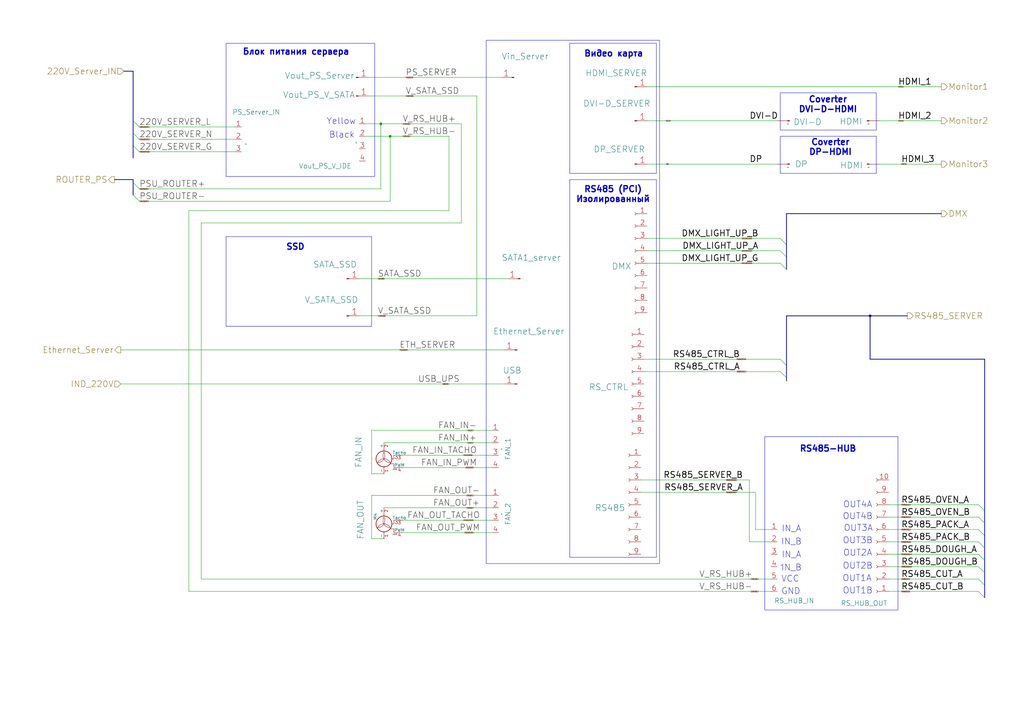
<source format=kicad_sch>
(kicad_sch (version 20250114) (generator "eeschema") (generator_version "9.0")
  (paper "A3")
  (lib_symbols
    (symbol "Connector:Conn_01x01_Pin" (pin_names (offset 1.016) (hide yes))
      (property "Reference" "J" (at 0 6.604 0))
      (property "Value" "Conn_01x01_Pin" (at 0 -2.54 0))
      (symbol "Conn_01x01_Pin_1_1"
        (rectangle (start 0.8636 0.127) (end 0 -0.127) (stroke (width 0.1524)) (fill (type outline)))
        (polyline (pts (xy 1.27 0) (xy 0.8636 0)) (stroke (width 0.1524)))
        (pin passive line (at 5.08 0 180) (length 3.81) (name "Pin_1") (number "1"))
      )
    )
    (symbol "Connector:Conn_01x01_Pin_(WIDE)" (pin_numbers (hide yes)) (pin_names (offset 1.016) (hide yes))
      (property "Reference" "J" (at 0.254 6.604 0))
      (property "Value" "Conn_01x01_Pin_(WIDE)" (at 0 -2.54 0))
      (symbol "Conn_01x01_Pin_(WIDE)_1_1"
        (rectangle (start 0.8636 0.127) (end 0 -0.127) (stroke (width 0.1524)) (fill (type outline)))
        (polyline (pts (xy 1.27 0) (xy 0.8636 0)) (stroke (width 0.1524)))
        (pin passive line (at 5.08 0 180) (length 3.81) (name "Pin_1") (number "1"))
      )
    )
    (symbol "Connector:Conn_01x03_(wide)"
      (property "Reference" "J" (at 0 0 0))
      (symbol "Conn_01x03_(wide)_1_1"
        (pin input line (at -2.54 -5.08 0) (length 2.54) (name "") (number "1"))
        (pin input line (at -2.54 -10.16 0) (length 2.54) (name "") (number "2"))
        (pin input line (at -2.54 -15.24 0) (length 2.54) (name "") (number "3"))
      )
    )
    (symbol "Connector:Conn_01x04_(wide)"
      (property "Reference" "J" (at 0 0 0))
      (symbol "Conn_01x04_(wide)_1_1"
        (pin input line (at -2.54 -5.08 0) (length 2.54) (name "") (number "1"))
        (pin input line (at -2.54 -10.16 0) (length 2.54) (name "") (number "2"))
        (pin input line (at -2.54 -15.24 0) (length 2.54) (name "") (number "3"))
        (pin input line (at -2.54 -20.32 0) (length 2.54) (name "") (number "4"))
      )
    )
    (symbol "Connector:Conn_01x06_(wide)"
      (property "Reference" "J" (at 0 0 0))
      (symbol "Conn_01x06_(wide)_1_1"
        (pin input line (at -2.54 -5.08 0) (length 2.54) (name "") (number "1"))
        (pin input line (at -2.54 -10.16 0) (length 2.54) (name "") (number "2"))
        (pin input line (at -2.54 -15.24 0) (length 2.54) (name "") (number "3"))
        (pin input line (at -2.54 -20.32 0) (length 2.54) (name "") (number "4"))
        (pin input line (at -2.54 -25.4 0) (length 2.54) (name "") (number "5"))
        (pin input line (at -2.54 -30.48 0) (length 2.54) (name "") (number "6"))
      )
    )
    (symbol "Connector:Conn_01x09_Socket_WIDE" (pin_names (offset 1.016) (hide yes))
      (property "Reference" "J" (at 0 12.7 0))
      (property "Value" "Conn_01x09_Socket_WIDE" (at 0 -12.7 0))
      (symbol "Conn_01x09_Socket_WIDE_1_1"
        (polyline (pts (xy -1.27 10.16) (xy -0.508 10.16)) (stroke (width 0.1524)))
        (polyline (pts (xy -1.27 5.08) (xy -0.508 5.08)) (stroke (width 0.1524)))
        (polyline (pts (xy -1.27 0) (xy -0.508 0)) (stroke (width 0.1524)))
        (polyline (pts (xy -1.27 -5.08) (xy -0.508 -5.08)) (stroke (width 0.1524)))
        (polyline (pts (xy -1.27 -10.16) (xy -0.508 -10.16)) (stroke (width 0.1524)))
        (polyline (pts (xy -1.27 -15.24) (xy -0.508 -15.24)) (stroke (width 0.1524)))
        (polyline (pts (xy -1.27 -20.32) (xy -0.508 -20.32)) (stroke (width 0.1524)))
        (polyline (pts (xy -1.27 -25.4) (xy -0.508 -25.4)) (stroke (width 0.1524)))
        (polyline (pts (xy -1.27 -30.48) (xy -0.508 -30.48)) (stroke (width 0.1524)))
        (arc (start 0 9.652) (mid -0.5058 10.16) (end 0 10.668) (stroke (width 0.1524)))
        (arc (start 0 4.572) (mid -0.5058 5.08) (end 0 5.588) (stroke (width 0.1524)))
        (arc (start 0 -0.508) (mid -0.5058 0) (end 0 0.508) (stroke (width 0.1524)))
        (arc (start 0 -5.588) (mid -0.5058 -5.08) (end 0 -4.572) (stroke (width 0.1524)))
        (arc (start 0 -10.668) (mid -0.5058 -10.16) (end 0 -9.652) (stroke (width 0.1524)))
        (arc (start 0 -15.748) (mid -0.5058 -15.24) (end 0 -14.732) (stroke (width 0.1524)))
        (arc (start 0 -20.828) (mid -0.5058 -20.32) (end 0 -19.812) (stroke (width 0.1524)))
        (arc (start 0 -25.908) (mid -0.5058 -25.4) (end 0 -24.892) (stroke (width 0.1524)))
        (arc (start 0 -30.988) (mid -0.5058 -30.48) (end 0 -29.972) (stroke (width 0.1524)))
        (pin passive line (at -5.08 10.16 0) (length 3.81) (name "Pin_1") (number "1"))
        (pin passive line (at -5.08 5.08 0) (length 3.81) (name "Pin_2") (number "2"))
        (pin passive line (at -5.08 0 0) (length 3.81) (name "Pin_3") (number "3"))
        (pin passive line (at -5.08 -5.08 0) (length 3.81) (name "Pin_4") (number "4"))
        (pin passive line (at -5.08 -10.16 0) (length 3.81) (name "Pin_5") (number "5"))
        (pin passive line (at -5.08 -15.24 0) (length 3.81) (name "Pin_6") (number "6"))
        (pin passive line (at -5.08 -20.32 0) (length 3.81) (name "Pin_7") (number "7"))
        (pin passive line (at -5.08 -25.4 0) (length 3.81) (name "Pin_8") (number "8"))
        (pin passive line (at -5.08 -30.48 0) (length 3.81) (name "Pin_9") (number "9"))
      )
    )
    (symbol "Connector:Conn_01x10_Socket_WIDE" (pin_names (offset 1.016) (hide yes))
      (property "Reference" "J" (at 0 12.7 0))
      (property "Value" "Conn_01x10_Socket_WIDE" (at -1.524 -38.354 0))
      (symbol "Conn_01x10_Socket_WIDE_1_1"
        (polyline (pts (xy -1.27 10.16) (xy -0.508 10.16)) (stroke (width 0.1524)))
        (polyline (pts (xy -1.27 5.08) (xy -0.508 5.08)) (stroke (width 0.1524)))
        (polyline (pts (xy -1.27 0) (xy -0.508 0)) (stroke (width 0.1524)))
        (polyline (pts (xy -1.27 -5.08) (xy -0.508 -5.08)) (stroke (width 0.1524)))
        (polyline (pts (xy -1.27 -10.16) (xy -0.508 -10.16)) (stroke (width 0.1524)))
        (polyline (pts (xy -1.27 -15.24) (xy -0.508 -15.24)) (stroke (width 0.1524)))
        (polyline (pts (xy -1.27 -20.32) (xy -0.508 -20.32)) (stroke (width 0.1524)))
        (polyline (pts (xy -1.27 -25.4) (xy -0.508 -25.4)) (stroke (width 0.1524)))
        (polyline (pts (xy -1.27 -30.48) (xy -0.508 -30.48)) (stroke (width 0.1524)))
        (polyline (pts (xy -1.27 -35.56) (xy -0.508 -35.56)) (stroke (width 0.1524)))
        (arc (start 0 9.652) (mid -0.5058 10.16) (end 0 10.668) (stroke (width 0.1524)))
        (arc (start 0 4.572) (mid -0.5058 5.08) (end 0 5.588) (stroke (width 0.1524)))
        (arc (start 0 -0.508) (mid -0.5058 0) (end 0 0.508) (stroke (width 0.1524)))
        (arc (start 0 -5.588) (mid -0.5058 -5.08) (end 0 -4.572) (stroke (width 0.1524)))
        (arc (start 0 -10.668) (mid -0.5058 -10.16) (end 0 -9.652) (stroke (width 0.1524)))
        (arc (start 0 -15.748) (mid -0.5058 -15.24) (end 0 -14.732) (stroke (width 0.1524)))
        (arc (start 0 -20.828) (mid -0.5058 -20.32) (end 0 -19.812) (stroke (width 0.1524)))
        (arc (start 0 -25.908) (mid -0.5058 -25.4) (end 0 -24.892) (stroke (width 0.1524)))
        (arc (start 0 -30.988) (mid -0.5058 -30.48) (end 0 -29.972) (stroke (width 0.1524)))
        (arc (start 0 -36.068) (mid -0.5058 -35.56) (end 0 -35.052) (stroke (width 0.1524)))
        (pin passive line (at -5.08 10.16 0) (length 3.81) (name "Pin_1") (number "1"))
        (pin passive line (at -5.08 5.08 0) (length 3.81) (name "Pin_2") (number "2"))
        (pin passive line (at -5.08 0 0) (length 3.81) (name "Pin_3") (number "3"))
        (pin passive line (at -5.08 -5.08 0) (length 3.81) (name "Pin_4") (number "4"))
        (pin passive line (at -5.08 -10.16 0) (length 3.81) (name "Pin_5") (number "5"))
        (pin passive line (at -5.08 -15.24 0) (length 3.81) (name "Pin_6") (number "6"))
        (pin passive line (at -5.08 -20.32 0) (length 3.81) (name "Pin_7") (number "7"))
        (pin passive line (at -5.08 -25.4 0) (length 3.81) (name "Pin_8") (number "8"))
        (pin passive line (at -5.08 -30.48 0) (length 3.81) (name "Pin_9") (number "9"))
        (pin passive line (at -5.08 -35.56 0) (length 3.81) (name "Pin_10") (number "10"))
      )
    )
    (symbol "Motor:Fan_CPU_4pin" (pin_names (offset 0))
      (property "Reference" "M" (at 2.54 5.08 0))
      (property "Value" "Fan_CPU_4pin" (at 2.54 -2.54 0))
      (symbol "Fan_CPU_4pin_0_0"
        (polyline (pts (xy -5.08 2.032) (xy -5.334 2.159)))
        (polyline (pts (xy -5.08 2.032) (xy -5.207 1.778)))
        (arc (start -4.572 1.524) (mid -5.08 1.0182) (end -5.588 1.524))
        (arc (start -5.588 1.524) (mid -5.4392 1.8832) (end -5.08 2.032))
        (polyline (pts (xy -4.064 2.54) (xy -4.064 1.016) (xy -3.302 1.016)))
      )
      (symbol "Fan_CPU_4pin_0_1"
        (polyline (pts (xy -5.334 -3.302) (xy -5.08 -3.302) (xy -5.08 -3.048) (xy -4.826 -3.048) (xy -4.826 -3.302) (xy -4.318 -3.302) (xy -4.318 -3.048) (xy -4.064 -3.048) (xy -4.064 -3.302) (xy -3.556 -3.302)))
        (polyline (pts (xy -4.064 2.54) (xy -5.08 2.54)))
        (polyline (pts (xy -2.54 -1.016) (xy -4.064 -1.016) (xy -4.064 -2.54) (xy -5.08 -2.54)))
        (arc (start 0 3.81) (mid -0.0015 0.9048) (end -2.54 -0.508))
        (polyline (pts (xy 0 4.572) (xy 0 5.08)))
        (polyline (pts (xy 0 4.2672) (xy 0 4.6228)))
        (circle (center 0 1.016) (radius 3.2512) (stroke (width 0.254)))
        (arc (start -2.54 -0.508) (mid 0 1.0618) (end 2.54 -0.508))
        (polyline (pts (xy 0 -2.2352) (xy 0 -2.6416)))
        (polyline (pts (xy 0 -5.08) (xy 0 -4.572)))
        (arc (start 2.54 -0.508) (mid 0.047 0.9315) (end 0 3.81))
      )
      (symbol "Fan_CPU_4pin_1_1"
        (pin passive line (at -7.62 2.54 0) (length 2.54) (name "Tacho") (number "3"))
        (pin input line (at -7.62 -2.54 0) (length 2.54) (name "PWM") (number "4"))
        (pin passive line (at 0 7.62 270) (length 2.54) (name "+") (number "2"))
        (pin passive line (at 0 -5.08 90) (length 2.54) (name "-") (number "1"))
      )
    )
  )
  (rectangle (start 92.71 97.028) (end 152.4 133.858))
  (rectangle (start 233.68 17.78) (end 269.24 71.12))
  (rectangle (start 92.71 17.78) (end 153.67 72.39))
  (rectangle (start 233.68 73.66) (end 269.24 228.6))
  (rectangle (start 320.04 55.88) (end 359.41 71.12))
  (rectangle (start 313.69 179.07) (end 368.3 250.19))
  (rectangle (start 320.04 38.1) (end 359.41 53.34))
  (rectangle (start 199.39 16.51) (end 270.51 231.14))
  (text "OUT3A" (at 352.044 216.662 0) (effects (font (size 2.54 2.54))))
  (text "Coverter\nDP-HDMI" (at 340.614 60.452 0) (effects (font (size 2.5 2.5) (thickness 0.5) (bold yes))))
  (text "OUT1B" (at 351.79 242.316 0) (effects (font (size 2.54 2.54))))
  (text "OUT1A" (at 351.536 237.236 0) (effects (font (size 2.54 2.54))))
  (text "Видео карта" (at 251.714 22.098 0) (effects (font (size 2.5 2.5) (thickness 0.5) (bold yes))))
  (text "IN_B" (at 324.612 222.25 0) (effects (font (size 2.54 2.54))))
  (text "OUT3B" (at 351.79 221.742 0) (effects (font (size 2.54 2.54))))
  (text "IN_A" (at 324.612 227.584 0) (effects (font (size 2.54 2.54))))
  (text "IN_B" (at 324.612 232.918 0) (effects (font (size 2.54 2.54))))
  (text "OUT4B" (at 351.79 211.836 0) (effects (font (size 2.54 2.54))))
  (text "RS485 (PCI)\nИзолированный" (at 251.46 79.756 0) (effects (font (size 2.5 2.5) (thickness 0.5) (bold yes))))
  (text "GND" (at 324.358 242.57 0) (effects (font (size 2.54 2.54))))
  (text "IN_A" (at 324.612 216.916 0) (effects (font (size 2.54 2.54))))
  (text "Coverter\nDVI-D-HDMI" (at 339.598 42.926 0) (effects (font (size 2.5 2.5) (thickness 0.5) (bold yes))))
  (text "Black" (at 140.208 55.372 0) (effects (font (size 2.54 2.54))))
  (text "SSD" (at 121.158 101.346 0) (effects (font (size 2.5 2.5) (thickness 0.5) (bold yes))))
  (text "OUT2A" (at 351.79 226.822 0) (effects (font (size 2.54 2.54))))
  (text "OUT2B" (at 351.79 232.156 0) (effects (font (size 2.54 2.54))))
  (text "Блок питания сервера" (at 121.412 21.336 0) (effects (font (size 2.5 2.5) (thickness 0.5) (bold yes))))
  (text "Yellow" (at 139.954 49.784 0) (effects (font (size 2.54 2.54))))
  (text "VCC" (at 324.104 237.49 0) (effects (font (size 2.54 2.54))))
  (text "RS485-HUB" (at 339.598 184.15 0) (effects (font (size 2.5 2.5) (thickness 0.5) (bold yes))))
  (text "OUT4A" (at 351.79 207.01 0) (effects (font (size 2.54 2.54))))
  (junction (at 160.02 55.88))
  (junction (at 156.21 50.8))
  (junction (at 356.87 129.54))
  (bus_entry (at 401.32 207.01) (size 2.54 2.54))
  (bus_entry (at 401.32 227.33) (size 2.54 2.54))
  (bus_entry (at 54.61 80.01) (size 2.54 2.54))
  (bus_entry (at 401.32 237.49) (size 2.54 2.54))
  (bus_entry (at 401.32 222.25) (size 2.54 2.54))
  (bus_entry (at 54.61 49.53) (size 2.54 2.54))
  (bus_entry (at 320.04 152.4) (size 2.54 2.54))
  (bus_entry (at 401.32 217.17) (size 2.54 2.54))
  (bus_entry (at 320.04 107.95) (size 2.54 2.54))
  (bus_entry (at 54.61 54.61) (size 2.54 2.54))
  (bus_entry (at 401.32 232.41) (size 2.54 2.54))
  (bus_entry (at 320.04 147.32) (size 2.54 2.54))
  (bus_entry (at 320.04 102.87) (size 2.54 2.54))
  (bus_entry (at 54.61 59.69) (size 2.54 2.54))
  (bus_entry (at 401.32 242.57) (size 2.54 2.54))
  (bus_entry (at 401.32 212.09) (size 2.54 2.54))
  (bus_entry (at 320.04 97.79) (size 2.54 2.54))
  (bus_entry (at 54.61 74.93) (size 2.54 2.54))
  (bus (pts (xy 403.86 240.03) (xy 403.86 234.95)))
  (bus (pts (xy 322.58 149.86) (xy 322.58 129.54)))
  (wire (pts (xy 262.89 201.93) (xy 309.88 201.93)))
  (wire (pts (xy 160.02 55.88) (xy 184.15 55.88)))
  (bus (pts (xy 322.58 87.63) (xy 386.08 87.63)))
  (wire (pts (xy 77.47 86.36) (xy 77.47 242.57)))
  (wire (pts (xy 364.49 207.01) (xy 401.32 207.01)))
  (bus (pts (xy 54.61 64.77) (xy 54.61 59.69)))
  (wire (pts (xy 152.4 176.53) (xy 201.93 176.53)))
  (wire (pts (xy 147.32 114.3) (xy 208.28 114.3)))
  (wire (pts (xy 57.15 52.07) (xy 96.52 52.07)))
  (bus (pts (xy 403.86 229.87) (xy 403.86 224.79)))
  (wire (pts (xy 189.23 50.8) (xy 189.23 91.44)))
  (wire (pts (xy 265.43 107.95) (xy 320.04 107.95)))
  (wire (pts (xy 151.13 31.75) (xy 205.74 31.75)))
  (wire (pts (xy 201.93 218.44) (xy 165.1 218.44)))
  (wire (pts (xy 265.43 35.56) (xy 386.08 35.56)))
  (wire (pts (xy 147.32 129.54) (xy 195.58 129.54)))
  (wire (pts (xy 364.49 232.41) (xy 401.32 232.41)))
  (bus (pts (xy 403.86 234.95) (xy 403.86 229.87)))
  (bus (pts (xy 50.8 29.21) (xy 54.61 29.21)))
  (wire (pts (xy 262.89 196.85) (xy 307.34 196.85)))
  (wire (pts (xy 149.86 50.8) (xy 156.21 50.8)))
  (wire (pts (xy 189.23 91.44) (xy 82.55 91.44)))
  (wire (pts (xy 160.02 55.88) (xy 160.02 82.55)))
  (wire (pts (xy 265.43 49.53) (xy 318.77 49.53)))
  (bus (pts (xy 46.99 73.66) (xy 54.61 73.66)))
  (wire (pts (xy 364.49 227.33) (xy 401.32 227.33)))
  (wire (pts (xy 307.34 196.85) (xy 307.34 222.25)))
  (wire (pts (xy 152.4 194.31) (xy 157.48 194.31)))
  (wire (pts (xy 156.21 50.8) (xy 189.23 50.8)))
  (wire (pts (xy 156.21 50.8) (xy 156.21 77.47)))
  (wire (pts (xy 152.4 203.2) (xy 201.93 203.2)))
  (wire (pts (xy 364.49 222.25) (xy 401.32 222.25)))
  (wire (pts (xy 320.04 147.32) (xy 264.16 147.32)))
  (wire (pts (xy 49.53 157.48) (xy 207.01 157.48)))
  (bus (pts (xy 322.58 154.94) (xy 322.58 149.86)))
  (bus (pts (xy 54.61 73.66) (xy 54.61 74.93)))
  (wire (pts (xy 364.49 217.17) (xy 401.32 217.17)))
  (wire (pts (xy 57.15 57.15) (xy 96.52 57.15)))
  (bus (pts (xy 356.87 147.32) (xy 356.87 129.54)))
  (wire (pts (xy 201.93 191.77) (xy 165.1 191.77)))
  (wire (pts (xy 264.16 152.4) (xy 320.04 152.4)))
  (bus (pts (xy 356.87 129.54) (xy 372.11 129.54)))
  (wire (pts (xy 201.93 208.28) (xy 157.48 208.28)))
  (wire (pts (xy 184.15 86.36) (xy 77.47 86.36)))
  (wire (pts (xy 57.15 77.47) (xy 156.21 77.47)))
  (wire (pts (xy 201.93 181.61) (xy 157.48 181.61)))
  (wire (pts (xy 152.4 220.98) (xy 152.4 203.2)))
  (bus (pts (xy 322.58 156.21) (xy 322.58 154.94)))
  (wire (pts (xy 201.93 186.69) (xy 165.1 186.69)))
  (wire (pts (xy 360.68 49.53) (xy 386.08 49.53)))
  (wire (pts (xy 184.15 55.88) (xy 184.15 86.36)))
  (wire (pts (xy 157.48 220.98) (xy 152.4 220.98)))
  (wire (pts (xy 77.47 242.57) (xy 316.23 242.57)))
  (bus (pts (xy 403.86 245.11) (xy 403.86 240.03)))
  (wire (pts (xy 265.43 67.31) (xy 318.77 67.31)))
  (wire (pts (xy 309.88 217.17) (xy 316.23 217.17)))
  (wire (pts (xy 364.49 242.57) (xy 401.32 242.57)))
  (bus (pts (xy 54.61 59.69) (xy 54.61 54.61)))
  (wire (pts (xy 360.68 67.31) (xy 386.08 67.31)))
  (wire (pts (xy 265.43 102.87) (xy 320.04 102.87)))
  (wire (pts (xy 152.4 194.31) (xy 152.4 176.53)))
  (bus (pts (xy 403.86 224.79) (xy 403.86 219.71)))
  (wire (pts (xy 307.34 222.25) (xy 316.23 222.25)))
  (wire (pts (xy 49.53 143.51) (xy 207.01 143.51)))
  (wire (pts (xy 364.49 212.09) (xy 401.32 212.09)))
  (bus (pts (xy 54.61 54.61) (xy 54.61 49.53)))
  (wire (pts (xy 309.88 201.93) (xy 309.88 217.17)))
  (bus (pts (xy 54.61 49.53) (xy 54.61 29.21)))
  (wire (pts (xy 195.58 39.37) (xy 195.58 129.54)))
  (wire (pts (xy 57.15 82.55) (xy 160.02 82.55)))
  (bus (pts (xy 403.86 147.32) (xy 356.87 147.32)))
  (bus (pts (xy 403.86 214.63) (xy 403.86 209.55)))
  (wire (pts (xy 57.15 62.23) (xy 96.52 62.23)))
  (bus (pts (xy 322.58 110.49) (xy 322.58 105.41)))
  (wire (pts (xy 151.13 39.37) (xy 195.58 39.37)))
  (wire (pts (xy 201.93 213.36) (xy 165.1 213.36)))
  (wire (pts (xy 82.55 91.44) (xy 82.55 237.49)))
  (bus (pts (xy 403.86 209.55) (xy 403.86 147.32)))
  (wire (pts (xy 82.55 237.49) (xy 316.23 237.49)))
  (wire (pts (xy 364.49 237.49) (xy 401.32 237.49)))
  (wire (pts (xy 149.86 55.88) (xy 160.02 55.88)))
  (bus (pts (xy 403.86 219.71) (xy 403.86 214.63)))
  (bus (pts (xy 54.61 74.93) (xy 54.61 80.01)))
  (bus (pts (xy 322.58 100.33) (xy 322.58 87.63)))
  (bus (pts (xy 322.58 129.54) (xy 356.87 129.54)))
  (bus (pts (xy 322.58 100.33) (xy 322.58 105.41)))
  (wire (pts (xy 265.43 97.79) (xy 320.04 97.79)))
  (label "RS485_CUT_A" (at 369.57 237.49 0) (effects (font (size 2.5 2.5) (thickness 0.3125))))
  (label "V_SATA_SSD" (at 154.94 129.54 0) (effects (font (size 2.5 2.5))))
  (label "DP" (at 307.34 67.31 0) (effects (font (size 2.5 2.5) (thickness 0.3125))))
  (label "220V_SERVER_L" (at 57.15 52.07 0) (effects (font (size 2.5 2.5))))
  (label "DMX_LIGHT_UP_A" (at 311.15 102.87 180) (effects (font (size 2.5 2.5) (thickness 0.3125))))
  (label "220V_SERVER_G" (at 57.15 62.23 0) (effects (font (size 2.5 2.5))))
  (label "V_SATA_SSD" (at 166.37 39.37 0) (effects (font (size 2.5 2.5))))
  (label "V_RS_HUB-" (at 308.61 242.57 180) (effects (font (size 2.5 2.5))))
  (label "RS485_SERVER_B" (at 304.8 196.85 180) (effects (font (size 2.5 2.5) (thickness 0.3125))))
  (label "PS_SERVER" (at 166.37 31.75 0) (effects (font (size 2.5 2.5))))
  (label "RS485_PACK_B" (at 369.57 222.25 0) (effects (font (size 2.5 2.5) (thickness 0.3125))))
  (label "RS485_DOUGH_B" (at 369.57 232.41 0) (effects (font (size 2.5 2.5) (thickness 0.3125))))
  (label "RS485_OVEN_B" (at 369.57 212.09 0) (effects (font (size 2.5 2.5) (thickness 0.3125))))
  (label "DMX_LIGHT_UP_G" (at 311.15 107.95 180) (effects (font (size 2.5 2.5) (thickness 0.3125))))
  (label "FAN_OUT_TACHO" (at 196.85 213.36 180) (effects (font (size 2.5 2.5))))
  (label "PSU_ROUTER-" (at 57.15 82.55 0) (effects (font (size 2.5 2.5))))
  (label "USB_UPS" (at 171.45 157.48 0) (effects (font (size 2.5 2.5))))
  (label "HDMI_2" (at 368.3 49.53 0) (effects (font (size 2.5 2.5) (thickness 0.3125))))
  (label "RS485_PACK_A" (at 369.57 217.17 0) (effects (font (size 2.5 2.5) (thickness 0.3125))))
  (label "FAN_OUT-" (at 196.85 203.2 180) (effects (font (size 2.5 2.5))))
  (label "SATA_SSD" (at 154.94 114.3 0) (effects (font (size 2.5 2.5))))
  (label "RS485_CTRL_A" (at 303.53 152.4 180) (effects (font (size 2.5 2.5) (thickness 0.3125))))
  (label "RS485_DOUGH_A" (at 369.57 227.33 0) (effects (font (size 2.5 2.5) (thickness 0.3125))))
  (label "V_RS_HUB-" (at 165.1 55.88 0) (effects (font (size 2.5 2.5))))
  (label "RS485_CUT_B" (at 369.57 242.57 0) (effects (font (size 2.5 2.5) (thickness 0.3125))))
  (label "ETH_SERVER" (at 163.83 143.51 0) (effects (font (size 2.5 2.5))))
  (label "FAN_IN_PWM" (at 195.58 191.77 180) (effects (font (size 2.5 2.5))))
  (label "HDMI_3" (at 369.57 67.31 0) (effects (font (size 2.5 2.5) (thickness 0.3125))))
  (label "V_RS_HUB+" (at 308.61 237.49 180) (effects (font (size 2.5 2.5))))
  (label "DVI-D" (at 307.34 49.53 0) (effects (font (size 2.5 2.5) (thickness 0.3125))))
  (label "220V_SERVER_N" (at 57.15 57.15 0) (effects (font (size 2.5 2.5))))
  (label "FAN_IN-" (at 195.58 176.53 180) (effects (font (size 2.5 2.5))))
  (label "PSU_ROUTER+" (at 57.15 77.47 0) (effects (font (size 2.5 2.5))))
  (label "FAN_OUT+" (at 196.85 208.28 180) (effects (font (size 2.5 2.5))))
  (label "RS485_CTRL_B" (at 303.53 147.32 180) (effects (font (size 2.5 2.5) (thickness 0.3125))))
  (label "V_RS_HUB+" (at 165.1 50.8 0) (effects (font (size 2.5 2.5))))
  (label "FAN_OUT_PWM" (at 196.85 218.44 180) (effects (font (size 2.5 2.5))))
  (label "RS485_OVEN_A" (at 369.57 207.01 0) (effects (font (size 2.5 2.5) (thickness 0.3125))))
  (label "FAN_IN_TACHO" (at 195.58 186.69 180) (effects (font (size 2.5 2.5))))
  (label "HDMI_1" (at 368.3 35.56 0) (effects (font (size 2.5 2.5) (thickness 0.3125))))
  (label "FAN_IN+" (at 195.58 181.61 180) (effects (font (size 2.5 2.5))))
  (label "DMX_LIGHT_UP_B" (at 311.15 97.79 180) (effects (font (size 2.5 2.5) (thickness 0.3125))))
  (label "RS485_SERVER_A" (at 304.8 201.93 180) (effects (font (size 2.5 2.5) (thickness 0.3125))))
  (global_label "FAN_OUT_TACHO" (shape input) (at 194.31 213.36 180) (effects (font (size 0.3 0.3))) (property "Intersheetrefs" "${INTERSHEET_REFS}" (effects (hide yes))))
  (global_label "ETH_SERVER" (shape input) (at 163.83 143.51 0) (effects (font (size 0.3 0.3))) (property "Intersheetrefs" "${INTERSHEET_REFS}" (effects (hide yes))))
  (global_label "V_RS_HUB+" (shape input) (at 165.1 50.8 0) (effects (font (size 0.3 0.3))) (property "Intersheetrefs" "${INTERSHEET_REFS}" (effects (hide yes))))
  (global_label "DVI-D" (shape input) (at 273.05 49.53 0) (effects (font (size 0.3 0.3))) (property "Intersheetrefs" "${INTERSHEET_REFS}" (effects (hide yes))))
  (global_label "RS485_OVEN_B" (shape input) (at 369.57 212.09 0) (effects (font (size 0.3 0.3))) (property "Intersheetrefs" "${INTERSHEET_REFS}" (effects (hide yes))))
  (global_label "FAN_OUT-" (shape input) (at 194.31 203.2 180) (effects (font (size 0.3 0.3))) (property "Intersheetrefs" "${INTERSHEET_REFS}" (effects (hide yes))))
  (global_label "HDMI_1" (shape input) (at 368.3 35.56 0) (effects (font (size 0.3 0.3))) (property "Intersheetrefs" "${INTERSHEET_REFS}" (effects (hide yes))))
  (global_label "220V_SERVER_G" (shape input) (at 57.15 62.23 0) (effects (font (size 0.3 0.3))) (property "Intersheetrefs" "${INTERSHEET_REFS}" (effects (hide yes))))
  (global_label "220V_SERVER_N" (shape input) (at 57.15 57.15 0) (effects (font (size 0.3 0.3))) (property "Intersheetrefs" "${INTERSHEET_REFS}" (effects (hide yes))))
  (global_label "DMX_LIGHT_UP_G" (shape input) (at 308.61 107.95 180) (effects (font (size 0.3 0.3))) (property "Intersheetrefs" "${INTERSHEET_REFS}" (effects (hide yes))))
  (global_label "RS485_SERVER_A" (shape input) (at 302.26 201.93 180) (effects (font (size 0.3 0.3))) (property "Intersheetrefs" "${INTERSHEET_REFS}" (effects (hide yes))))
  (global_label "FAN_OUT_PWM" (shape input) (at 194.31 218.44 180) (effects (font (size 0.3 0.3))) (property "Intersheetrefs" "${INTERSHEET_REFS}" (effects (hide yes))))
  (global_label "RS485_CTRL_A" (shape input) (at 306.07 152.4 180) (effects (font (size 0.3 0.3))) (property "Intersheetrefs" "${INTERSHEET_REFS}" (effects (hide yes))))
  (global_label "RS485_CUT_A" (shape input) (at 369.57 237.49 0) (effects (font (size 0.3 0.3))) (property "Intersheetrefs" "${INTERSHEET_REFS}" (effects (hide yes))))
  (global_label "PSU_ROUTER+" (shape input) (at 57.15 77.47 0) (effects (font (size 0.3 0.3))) (property "Intersheetrefs" "${INTERSHEET_REFS}" (effects (hide yes))))
  (global_label "V_SATA_SSD" (shape input) (at 166.37 39.37 0) (effects (font (size 0.3 0.3))) (property "Intersheetrefs" "${INTERSHEET_REFS}" (effects (hide yes))))
  (global_label "RS485_OVEN_A" (shape input) (at 369.57 207.01 0) (effects (font (size 0.3 0.3))) (property "Intersheetrefs" "${INTERSHEET_REFS}" (effects (hide yes))))
  (global_label "RS485_PACK_B" (shape input) (at 369.57 222.25 0) (effects (font (size 0.3 0.3))) (property "Intersheetrefs" "${INTERSHEET_REFS}" (effects (hide yes))))
  (global_label "HDMI_2" (shape input) (at 368.3 49.53 0) (effects (font (size 0.3 0.3))) (property "Intersheetrefs" "${INTERSHEET_REFS}" (effects (hide yes))))
  (global_label "DP" (shape input) (at 273.05 67.31 0) (effects (font (size 0.3 0.3))) (property "Intersheetrefs" "${INTERSHEET_REFS}" (effects (hide yes))))
  (global_label "FAN_IN-" (shape input) (at 194.31 176.53 180) (effects (font (size 0.3 0.3))) (property "Intersheetrefs" "${INTERSHEET_REFS}" (effects (hide yes))))
  (global_label "USB_UPS" (shape input) (at 184.15 157.48 180) (effects (font (size 0.3 0.3))) (property "Intersheetrefs" "${INTERSHEET_REFS}" (effects (hide yes))))
  (global_label "PSU_ROUTER-" (shape input) (at 57.15 82.55 0) (effects (font (size 0.3 0.3))) (property "Intersheetrefs" "${INTERSHEET_REFS}" (effects (hide yes))))
  (global_label "HDMI_3" (shape input) (at 369.57 67.31 0) (effects (font (size 0.3 0.3))) (property "Intersheetrefs" "${INTERSHEET_REFS}" (effects (hide yes))))
  (global_label "V_RS_HUB+" (shape input) (at 311.15 237.49 180) (effects (font (size 0.3 0.3))) (property "Intersheetrefs" "${INTERSHEET_REFS}" (effects (hide yes))))
  (global_label "DMX_LIGHT_UP_A" (shape input) (at 308.61 102.87 180) (effects (font (size 0.3 0.3))) (property "Intersheetrefs" "${INTERSHEET_REFS}" (effects (hide yes))))
  (global_label "FAN_IN_TACHO" (shape input) (at 193.9325 186.69 180) (effects (font (size 0.3 0.3))) (property "Intersheetrefs" "${INTERSHEET_REFS}" (effects (hide yes))))
  (global_label "DMX_LIGHT_UP_B" (shape input) (at 308.61 97.79 180) (effects (font (size 0.3 0.3))) (property "Intersheetrefs" "${INTERSHEET_REFS}" (effects (hide yes))))
  (global_label "RS485_CUT_B" (shape input) (at 369.57 242.57 0) (effects (font (size 0.3 0.3))) (property "Intersheetrefs" "${INTERSHEET_REFS}" (effects (hide yes))))
  (global_label "FAN_IN+" (shape input) (at 194.31 181.61 180) (effects (font (size 0.3 0.3))) (property "Intersheetrefs" "${INTERSHEET_REFS}" (effects (hide yes))))
  (global_label "RS485_DOUGH_A" (shape input) (at 369.57 227.33 0) (effects (font (size 0.3 0.3))) (property "Intersheetrefs" "${INTERSHEET_REFS}" (effects (hide yes))))
  (global_label "RS485_SERVER_B" (shape input) (at 302.26 196.85 180) (effects (font (size 0.3 0.3))) (property "Intersheetrefs" "${INTERSHEET_REFS}" (effects (hide yes))))
  (global_label "220V_SERVER_L" (shape input) (at 57.15 52.07 0) (effects (font (size 0.3 0.3))) (property "Intersheetrefs" "${INTERSHEET_REFS}" (effects (hide yes))))
  (global_label "RS485_CTRL_B" (shape input) (at 306.07 147.32 180) (effects (font (size 0.3 0.3))) (property "Intersheetrefs" "${INTERSHEET_REFS}" (effects (hide yes))))
  (global_label "V_SATA_SSD" (shape input) (at 154.94 129.54 0) (effects (font (size 0.3 0.3))) (property "Intersheetrefs" "${INTERSHEET_REFS}" (effects (hide yes))))
  (global_label "V_RS_HUB-" (shape input) (at 165.1 55.88 0) (effects (font (size 0.3 0.3))) (property "Intersheetrefs" "${INTERSHEET_REFS}" (effects (hide yes))))
  (global_label "FAN_OUT+" (shape input) (at 194.31 208.28 180) (effects (font (size 0.3 0.3))) (property "Intersheetrefs" "${INTERSHEET_REFS}" (effects (hide yes))))
  (global_label "RS485_PACK_A" (shape input) (at 369.57 217.17 0) (effects (font (size 0.3 0.3))) (property "Intersheetrefs" "${INTERSHEET_REFS}" (effects (hide yes))))
  (global_label "PS_SERVER" (shape input) (at 166.37 31.75 0) (effects (font (size 0.3 0.3))) (property "Intersheetrefs" "${INTERSHEET_REFS}" (effects (hide yes))))
  (global_label "V_RS_HUB-" (shape input) (at 311.15 242.57 180) (effects (font (size 0.3 0.3))) (property "Intersheetrefs" "${INTERSHEET_REFS}" (effects (hide yes))))
  (global_label "FAN_IN_PWM" (shape input) (at 194.31 191.77 180) (effects (font (size 0.3 0.3))) (property "Intersheetrefs" "${INTERSHEET_REFS}" (effects (hide yes))))
  (global_label "SATA_SSD" (shape input) (at 154.94 114.3 0) (effects (font (size 0.3 0.3))) (property "Intersheetrefs" "${INTERSHEET_REFS}" (effects (hide yes))))
  (global_label "RS485_DOUGH_B" (shape input) (at 369.57 232.41 0) (effects (font (size 0.3 0.3))) (property "Intersheetrefs" "${INTERSHEET_REFS}" (effects (hide yes))))
  (hierarchical_label "Monitor1" (shape output) (at 386.08 35.56 0) (effects (font (size 2.5 2.5))))
  (hierarchical_label "Ethernet_Server" (shape output) (at 49.53 143.51 180) (effects (font (size 2.5 2.5))))
  (hierarchical_label "DMX" (shape output) (at 386.08 87.63 0) (effects (font (size 2.5 2.5))))
  (hierarchical_label "ROUTER_PS" (shape output) (at 46.99 73.66 180) (effects (font (size 2.5 2.5))))
  (hierarchical_label "220V_Server_IN" (shape input) (at 50.8 29.21 180) (effects (font (size 2.5 2.5))))
  (hierarchical_label "RS485_SERVER" (shape output) (at 372.11 129.54 0) (effects (font (size 2.5 2.5))))
  (hierarchical_label "Monitor3" (shape output) (at 386.08 67.31 0) (effects (font (size 2.5 2.5))))
  (hierarchical_label "IND_220V" (shape input) (at 49.53 157.48 180) (effects (font (size 2.5 2.5))))
  (hierarchical_label "Monitor2" (shape output) (at 386.08 49.53 0) (effects (font (size 2.5 2.5))))
  (symbol (lib_id "Connector:Conn_01x01_Pin_(WIDE)") (at 355.6 67.31 0) (unit 1)
    (property "Reference" "HDMI" (at 349.25 67.818 0) (effects (font (size 2.5 2.5))))
    (property "Value" "~" (at 356.235 68.58 0))
    (property "Description" "Generic connector, single row, 01x01, script generated" (effects (hide yes)))
  )
  (symbol (lib_id "Connector:Conn_01x01_Pin") (at 212.09 157.48 0) (mirror y) (unit 1)
    (property "Reference" "USB" (at 210.058 151.892 0) (effects (font (size 2.5 2.5))))
    (property "Value" "SATA1" (effects (hide yes)))
    (property "Description" "Generic connector, single row, 01x01, script generated" (effects (hide yes)))
  )
  (symbol (lib_id "Connector:Conn_01x09_Socket_WIDE") (at 259.08 147.32 0) (mirror y) (unit 1)
    (property "Reference" "J26" (effects (hide yes)))
    (property "Value" "RS_CTRL" (at 257.81 158.7499 0) (effects (font (size 2.54 2.54)) (justify left)))
    (property "Description" "Generic connector, single row, 01x09, script generated" (effects (hide yes)))
  )
  (symbol (lib_id "Connector:Conn_01x01_Pin") (at 146.05 31.75 0) (unit 1)
    (property "Reference" "Vout_PS_Server" (at 131.064 30.988 0) (effects (font (size 2.5 2.5))))
    (property "Value" "SATA1" (effects (hide yes)))
    (property "Description" "Generic connector, single row, 01x01, script generated" (effects (hide yes)))
  )
  (symbol (lib_id "Connector:Conn_01x06_(wide)") (at 318.77 212.09 0) (unit 1)
    (property "Reference" "RS_HUB_IN" (at 317.5 246.38 0) (effects (font (size 2 2)) (justify left)))
    (property "Value" "~" (at 320.04 231.775 0) (effects (justify left)))
  )
  (symbol (lib_id "Connector:Conn_01x01_Pin") (at 260.35 49.53 0) (mirror x) (unit 1)
    (property "Reference" "DVI-D_SERVER" (at 252.984 42.418 0) (effects (font (size 2.5 2.5))))
    (property "Value" "SATA1" (effects (hide yes)))
    (property "Description" "Generic connector, single row, 01x01, script generated" (effects (hide yes)))
  )
  (symbol (lib_id "Connector:Conn_01x01_Pin") (at 212.09 143.51 0) (mirror y) (unit 1)
    (property "Reference" "Ethernet_Server" (at 216.916 135.89 0) (effects (font (size 2.5 2.5))))
    (property "Value" "SATA1" (effects (hide yes)))
    (property "Description" "Generic connector, single row, 01x01, script generated" (effects (hide yes)))
  )
  (symbol (lib_id "Connector:Conn_01x01_Pin_(WIDE)") (at 323.85 49.53 0) (mirror y) (unit 1)
    (property "Reference" "DVI-D" (at 331.216 50.038 0) (effects (font (size 2.5 2.5))))
    (property "Value" "~" (at 323.215 50.8 0))
    (property "Description" "Generic connector, single row, 01x01, script generated" (effects (hide yes)))
  )
  (symbol (lib_id "Connector:Conn_01x01_Pin") (at 146.05 39.37 0) (unit 1)
    (property "Reference" "Vout_PS_V_SATA" (at 130.81 38.862 0) (effects (font (size 2.5 2.5))))
    (property "Value" "SATA1" (effects (hide yes)))
    (property "Description" "Generic connector, single row, 01x01, script generated" (effects (hide yes)))
  )
  (symbol (lib_id "Connector:Conn_01x01_Pin") (at 213.36 114.3 0) (mirror y) (unit 1)
    (property "Reference" "SATA1_server" (at 217.932 105.664 0) (effects (font (size 2.5 2.5))))
    (property "Value" "SATA1" (effects (hide yes)))
    (property "Description" "Generic connector, single row, 01x01, script generated" (effects (hide yes)))
  )
  (symbol (lib_id "Connector:Conn_01x01_Pin") (at 142.24 129.54 0) (unit 1)
    (property "Reference" "V_SATA_SSD" (at 135.89 122.936 0) (effects (font (size 2.5 2.5))))
    (property "Value" "SATA1" (effects (hide yes)))
    (property "Description" "Generic connector, single row, 01x01, script generated" (effects (hide yes)))
  )
  (symbol (lib_id "Connector:Conn_01x09_Socket_WIDE") (at 260.35 97.79 0) (mirror y) (unit 1)
    (property "Reference" "J24" (effects (hide yes)))
    (property "Value" "DMX" (at 259.08 109.2199 0) (effects (font (size 2.54 2.54)) (justify left)))
    (property "Description" "Generic connector, single row, 01x09, script generated" (effects (hide yes)))
  )
  (symbol (lib_id "Motor:Fan_CPU_4pin") (at 157.48 215.9 0) (mirror y) (unit 1)
    (property "Reference" "M4" (at 153.924 211.836 90))
    (property "Value" "FAN_OUT" (at 147.828 213.106 90) (effects (font (size 2.5 2.5))))
    (property "Datasheet" "http://www.formfactors.org/developer%5Cspecs%5Crev1_2_public.pdf" (effects (hide yes)))
    (property "Description" "CPU Fan, tacho output, PWM input, 4-pin connector" (effects (hide yes)))
  )
  (symbol (lib_id "Connector:Conn_01x04_(wide)") (at 147.32 45.72 0) (mirror y) (unit 1)
    (property "Reference" "Vout_PS_V_IDE" (at 133.35 68.072 0) (effects (font (size 2 2))))
    (property "Value" "~" (at 146.05 58.42 90))
  )
  (symbol (lib_id "Connector:Conn_01x10_Socket_WIDE") (at 359.41 232.41 180) (unit 1)
    (property "Reference" "RS_HUB_OUT" (at 363.982 247.396 0) (effects (font (size 2 2)) (justify left)))
    (property "Value" "Conn_01x10_Socket_WIDE" (effects (hide yes)))
    (property "Description" "Generic connector, single row, 01x10, script generated" (effects (hide yes)))
  )
  (symbol (lib_id "Connector:Conn_01x01_Pin") (at 260.35 35.56 0) (mirror x) (unit 1)
    (property "Reference" "HDMI_SERVER" (at 252.73 29.972 0) (effects (font (size 2.5 2.5))))
    (property "Value" "SATA1" (effects (hide yes)))
    (property "Description" "Generic connector, single row, 01x01, script generated" (effects (hide yes)))
  )
  (symbol (lib_id "Connector:Conn_01x04_(wide)") (at 204.47 171.45 0) (unit 1)
    (property "Reference" "FAN_1" (at 208.28 184.15 90) (effects (font (size 2 2))))
    (property "Value" "~" (at 205.74 184.15 90))
  )
  (symbol (lib_id "Connector:Conn_01x01_Pin_(WIDE)") (at 355.6 49.53 0) (unit 1)
    (property "Reference" "HDMI" (at 348.996 49.784 0) (effects (font (size 2.5 2.5))))
    (property "Value" "~" (at 356.235 50.8 0))
    (property "Description" "Generic connector, single row, 01x01, script generated" (effects (hide yes)))
  )
  (symbol (lib_id "Connector:Conn_01x01_Pin") (at 260.35 67.31 0) (mirror x) (unit 1)
    (property "Reference" "DP_SERVER" (at 254 61.214 0) (effects (font (size 2.5 2.5))))
    (property "Value" "SATA1" (effects (hide yes)))
    (property "Description" "Generic connector, single row, 01x01, script generated" (effects (hide yes)))
  )
  (symbol (lib_id "Connector:Conn_01x09_Socket_WIDE") (at 257.81 196.85 0) (mirror y) (unit 1)
    (property "Reference" "J25" (effects (hide yes)))
    (property "Value" "RS485" (at 256.54 208.2799 0) (effects (font (size 2.54 2.54)) (justify left)))
    (property "Description" "Generic connector, single row, 01x09, script generated" (effects (hide yes)))
  )
  (symbol (lib_id "Connector:Conn_01x01_Pin_(WIDE)") (at 323.85 67.31 0) (mirror y) (unit 1)
    (property "Reference" "DP" (at 328.676 67.31 0) (effects (font (size 2.5 2.5))))
    (property "Value" "~" (at 323.215 68.58 0))
    (property "Description" "Generic connector, single row, 01x01, script generated" (effects (hide yes)))
  )
  (symbol (lib_id "Connector:Conn_01x03_(wide)") (at 99.06 46.99 0) (unit 1)
    (property "Reference" "PS_Server_IN" (at 95.25 45.974 0) (effects (font (size 2 2)) (justify left)))
    (property "Value" "~" (at 100.33 59.055 0) (effects (justify left)))
  )
  (symbol (lib_id "Motor:Fan_CPU_4pin") (at 157.48 189.23 0) (mirror y) (unit 1)
    (property "Reference" "M3" (effects (hide yes)))
    (property "Value" "FAN_IN" (at 147.066 185.42 90) (effects (font (size 2.5 2.5))))
    (property "Datasheet" "http://www.formfactors.org/developer%5Cspecs%5Crev1_2_public.pdf" (effects (hide yes)))
    (property "Description" "CPU Fan, tacho output, PWM input, 4-pin connector" (effects (hide yes)))
  )
  (symbol (lib_id "Connector:Conn_01x01_Pin") (at 210.82 31.75 0) (mirror y) (unit 1)
    (property "Reference" "Vin_Server" (at 215.392 23.114 0) (effects (font (size 2.5 2.5))))
    (property "Value" "SATA1" (effects (hide yes)))
    (property "Description" "Generic connector, single row, 01x01, script generated" (effects (hide yes)))
  )
  (symbol (lib_id "Connector:Conn_01x01_Pin") (at 142.24 114.3 0) (unit 1)
    (property "Reference" "SATA_SSD" (at 137.414 108.458 0) (effects (font (size 2.5 2.5))))
    (property "Value" "SATA1" (effects (hide yes)))
    (property "Description" "Generic connector, single row, 01x01, script generated" (effects (hide yes)))
  )
  (symbol (lib_id "Connector:Conn_01x04_(wide)") (at 204.47 198.12 0) (unit 1)
    (property "Reference" "FAN_2" (at 208.28 210.82 90) (effects (font (size 2 2))))
    (property "Value" "~" (at 205.74 210.82 90))
  )
)
</source>
